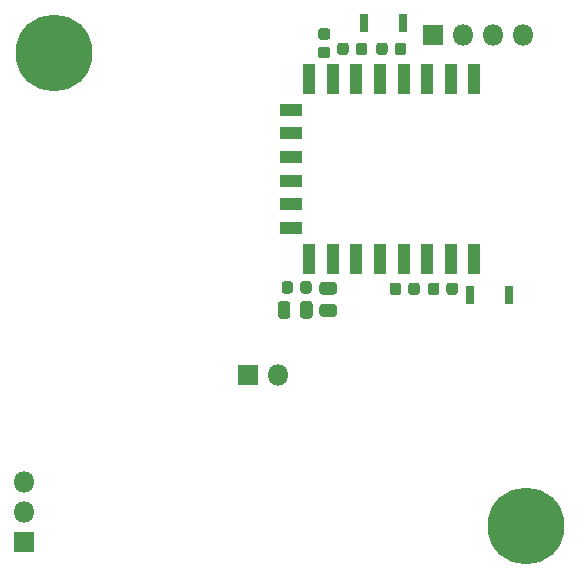
<source format=gbr>
%TF.GenerationSoftware,KiCad,Pcbnew,(5.1.6)-1*%
%TF.CreationDate,2021-05-23T01:52:29+08:00*%
%TF.ProjectId,HKIA_Tracker,484b4941-5f54-4726-9163-6b65722e6b69,rev?*%
%TF.SameCoordinates,Original*%
%TF.FileFunction,Soldermask,Bot*%
%TF.FilePolarity,Negative*%
%FSLAX46Y46*%
G04 Gerber Fmt 4.6, Leading zero omitted, Abs format (unit mm)*
G04 Created by KiCad (PCBNEW (5.1.6)-1) date 2021-05-23 01:52:29*
%MOMM*%
%LPD*%
G01*
G04 APERTURE LIST*
%ADD10O,1.800000X1.800000*%
%ADD11R,1.800000X1.800000*%
%ADD12C,6.500000*%
%ADD13R,1.100000X2.600000*%
%ADD14R,1.900000X1.100000*%
%ADD15R,0.650000X1.600000*%
G04 APERTURE END LIST*
D10*
%TO.C,J5*%
X144741900Y-78473300D03*
X142201900Y-78473300D03*
X139661900Y-78473300D03*
D11*
X137121900Y-78473300D03*
%TD*%
D10*
%TO.C,J3*%
X123952000Y-107188000D03*
D11*
X121412000Y-107188000D03*
%TD*%
D12*
%TO.C,H2*%
X105000000Y-80000000D03*
%TD*%
%TO.C,H1*%
X145000000Y-120000000D03*
%TD*%
D10*
%TO.C,J1*%
X102514400Y-116255800D03*
X102514400Y-118795800D03*
D11*
X102514400Y-121335800D03*
%TD*%
D13*
%TO.C,U3*%
X140621900Y-82176300D03*
X138621900Y-82176300D03*
X136621900Y-82176300D03*
X134621900Y-82176300D03*
X132621900Y-82176300D03*
X130621900Y-82176300D03*
X128621900Y-82176300D03*
X126621900Y-82176300D03*
D14*
X125121900Y-84776300D03*
X125121900Y-86776300D03*
X125121900Y-88776300D03*
X125121900Y-90776300D03*
X125121900Y-92776300D03*
X125121900Y-94776300D03*
D13*
X126621900Y-97376300D03*
X128621900Y-97376300D03*
X130621900Y-97376300D03*
X132621900Y-97376300D03*
X134621900Y-97376300D03*
X136621900Y-97376300D03*
X138621900Y-97376300D03*
X140621900Y-97376300D03*
%TD*%
D15*
%TO.C,SW5*%
X131305900Y-77393800D03*
X134555900Y-77393800D03*
%TD*%
%TO.C,SW4*%
X143509400Y-100444300D03*
X140259400Y-100444300D03*
%TD*%
%TO.C,R24*%
G36*
G01*
X127607750Y-79446400D02*
X128170250Y-79446400D01*
G75*
G02*
X128414000Y-79690150I0J-243750D01*
G01*
X128414000Y-80177650D01*
G75*
G02*
X128170250Y-80421400I-243750J0D01*
G01*
X127607750Y-80421400D01*
G75*
G02*
X127364000Y-80177650I0J243750D01*
G01*
X127364000Y-79690150D01*
G75*
G02*
X127607750Y-79446400I243750J0D01*
G01*
G37*
G36*
G01*
X127607750Y-77871400D02*
X128170250Y-77871400D01*
G75*
G02*
X128414000Y-78115150I0J-243750D01*
G01*
X128414000Y-78602650D01*
G75*
G02*
X128170250Y-78846400I-243750J0D01*
G01*
X127607750Y-78846400D01*
G75*
G02*
X127364000Y-78602650I0J243750D01*
G01*
X127364000Y-78115150D01*
G75*
G02*
X127607750Y-77871400I243750J0D01*
G01*
G37*
%TD*%
%TO.C,R23*%
G36*
G01*
X130563900Y-79897550D02*
X130563900Y-79335050D01*
G75*
G02*
X130807650Y-79091300I243750J0D01*
G01*
X131295150Y-79091300D01*
G75*
G02*
X131538900Y-79335050I0J-243750D01*
G01*
X131538900Y-79897550D01*
G75*
G02*
X131295150Y-80141300I-243750J0D01*
G01*
X130807650Y-80141300D01*
G75*
G02*
X130563900Y-79897550I0J243750D01*
G01*
G37*
G36*
G01*
X128988900Y-79897550D02*
X128988900Y-79335050D01*
G75*
G02*
X129232650Y-79091300I243750J0D01*
G01*
X129720150Y-79091300D01*
G75*
G02*
X129963900Y-79335050I0J-243750D01*
G01*
X129963900Y-79897550D01*
G75*
G02*
X129720150Y-80141300I-243750J0D01*
G01*
X129232650Y-80141300D01*
G75*
G02*
X128988900Y-79897550I0J243750D01*
G01*
G37*
%TD*%
%TO.C,R22*%
G36*
G01*
X133265900Y-79335050D02*
X133265900Y-79897550D01*
G75*
G02*
X133022150Y-80141300I-243750J0D01*
G01*
X132534650Y-80141300D01*
G75*
G02*
X132290900Y-79897550I0J243750D01*
G01*
X132290900Y-79335050D01*
G75*
G02*
X132534650Y-79091300I243750J0D01*
G01*
X133022150Y-79091300D01*
G75*
G02*
X133265900Y-79335050I0J-243750D01*
G01*
G37*
G36*
G01*
X134840900Y-79335050D02*
X134840900Y-79897550D01*
G75*
G02*
X134597150Y-80141300I-243750J0D01*
G01*
X134109650Y-80141300D01*
G75*
G02*
X133865900Y-79897550I0J243750D01*
G01*
X133865900Y-79335050D01*
G75*
G02*
X134109650Y-79091300I243750J0D01*
G01*
X134597150Y-79091300D01*
G75*
G02*
X134840900Y-79335050I0J-243750D01*
G01*
G37*
%TD*%
%TO.C,R21*%
G36*
G01*
X134408900Y-99655050D02*
X134408900Y-100217550D01*
G75*
G02*
X134165150Y-100461300I-243750J0D01*
G01*
X133677650Y-100461300D01*
G75*
G02*
X133433900Y-100217550I0J243750D01*
G01*
X133433900Y-99655050D01*
G75*
G02*
X133677650Y-99411300I243750J0D01*
G01*
X134165150Y-99411300D01*
G75*
G02*
X134408900Y-99655050I0J-243750D01*
G01*
G37*
G36*
G01*
X135983900Y-99655050D02*
X135983900Y-100217550D01*
G75*
G02*
X135740150Y-100461300I-243750J0D01*
G01*
X135252650Y-100461300D01*
G75*
G02*
X135008900Y-100217550I0J243750D01*
G01*
X135008900Y-99655050D01*
G75*
G02*
X135252650Y-99411300I243750J0D01*
G01*
X135740150Y-99411300D01*
G75*
G02*
X135983900Y-99655050I0J-243750D01*
G01*
G37*
%TD*%
%TO.C,R20*%
G36*
G01*
X137647400Y-99655050D02*
X137647400Y-100217550D01*
G75*
G02*
X137403650Y-100461300I-243750J0D01*
G01*
X136916150Y-100461300D01*
G75*
G02*
X136672400Y-100217550I0J243750D01*
G01*
X136672400Y-99655050D01*
G75*
G02*
X136916150Y-99411300I243750J0D01*
G01*
X137403650Y-99411300D01*
G75*
G02*
X137647400Y-99655050I0J-243750D01*
G01*
G37*
G36*
G01*
X139222400Y-99655050D02*
X139222400Y-100217550D01*
G75*
G02*
X138978650Y-100461300I-243750J0D01*
G01*
X138491150Y-100461300D01*
G75*
G02*
X138247400Y-100217550I0J243750D01*
G01*
X138247400Y-99655050D01*
G75*
G02*
X138491150Y-99411300I243750J0D01*
G01*
X138978650Y-99411300D01*
G75*
G02*
X139222400Y-99655050I0J-243750D01*
G01*
G37*
%TD*%
%TO.C,C24*%
G36*
G01*
X125264900Y-99528050D02*
X125264900Y-100090550D01*
G75*
G02*
X125021150Y-100334300I-243750J0D01*
G01*
X124533650Y-100334300D01*
G75*
G02*
X124289900Y-100090550I0J243750D01*
G01*
X124289900Y-99528050D01*
G75*
G02*
X124533650Y-99284300I243750J0D01*
G01*
X125021150Y-99284300D01*
G75*
G02*
X125264900Y-99528050I0J-243750D01*
G01*
G37*
G36*
G01*
X126839900Y-99528050D02*
X126839900Y-100090550D01*
G75*
G02*
X126596150Y-100334300I-243750J0D01*
G01*
X126108650Y-100334300D01*
G75*
G02*
X125864900Y-100090550I0J243750D01*
G01*
X125864900Y-99528050D01*
G75*
G02*
X126108650Y-99284300I243750J0D01*
G01*
X126596150Y-99284300D01*
G75*
G02*
X126839900Y-99528050I0J-243750D01*
G01*
G37*
%TD*%
%TO.C,C20*%
G36*
G01*
X125037900Y-101233050D02*
X125037900Y-102195550D01*
G75*
G02*
X124769150Y-102464300I-268750J0D01*
G01*
X124231650Y-102464300D01*
G75*
G02*
X123962900Y-102195550I0J268750D01*
G01*
X123962900Y-101233050D01*
G75*
G02*
X124231650Y-100964300I268750J0D01*
G01*
X124769150Y-100964300D01*
G75*
G02*
X125037900Y-101233050I0J-268750D01*
G01*
G37*
G36*
G01*
X126912900Y-101233050D02*
X126912900Y-102195550D01*
G75*
G02*
X126644150Y-102464300I-268750J0D01*
G01*
X126106650Y-102464300D01*
G75*
G02*
X125837900Y-102195550I0J268750D01*
G01*
X125837900Y-101233050D01*
G75*
G02*
X126106650Y-100964300I268750J0D01*
G01*
X126644150Y-100964300D01*
G75*
G02*
X126912900Y-101233050I0J-268750D01*
G01*
G37*
%TD*%
%TO.C,C17*%
G36*
G01*
X127750650Y-101225300D02*
X128713150Y-101225300D01*
G75*
G02*
X128981900Y-101494050I0J-268750D01*
G01*
X128981900Y-102031550D01*
G75*
G02*
X128713150Y-102300300I-268750J0D01*
G01*
X127750650Y-102300300D01*
G75*
G02*
X127481900Y-102031550I0J268750D01*
G01*
X127481900Y-101494050D01*
G75*
G02*
X127750650Y-101225300I268750J0D01*
G01*
G37*
G36*
G01*
X127750650Y-99350300D02*
X128713150Y-99350300D01*
G75*
G02*
X128981900Y-99619050I0J-268750D01*
G01*
X128981900Y-100156550D01*
G75*
G02*
X128713150Y-100425300I-268750J0D01*
G01*
X127750650Y-100425300D01*
G75*
G02*
X127481900Y-100156550I0J268750D01*
G01*
X127481900Y-99619050D01*
G75*
G02*
X127750650Y-99350300I268750J0D01*
G01*
G37*
%TD*%
M02*

</source>
